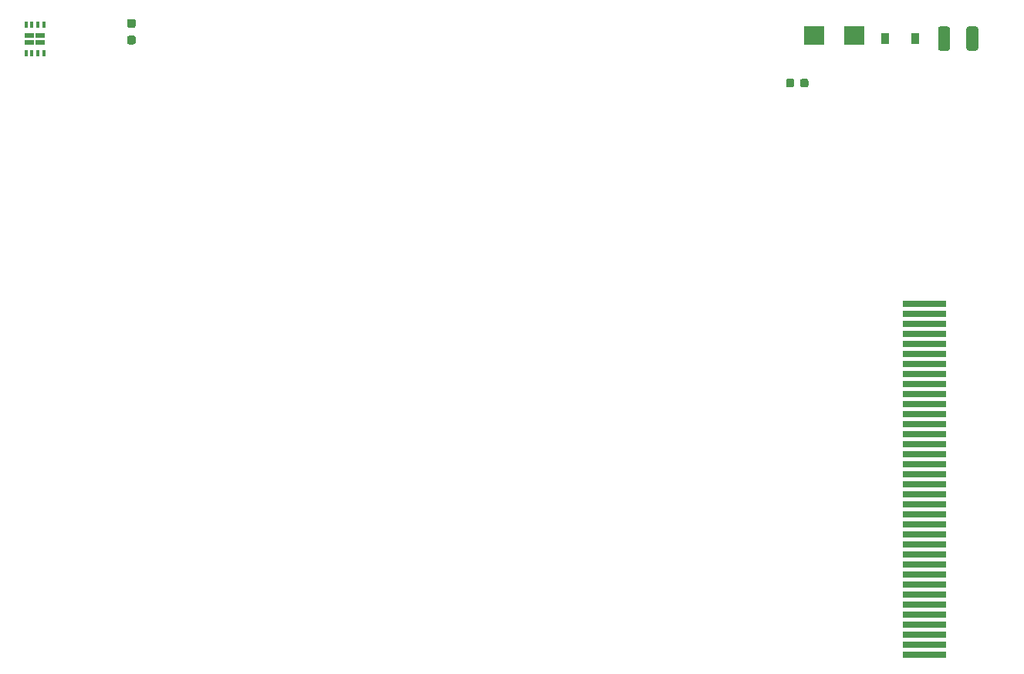
<source format=gbr>
%TF.GenerationSoftware,KiCad,Pcbnew,(5.1.8)-1*%
%TF.CreationDate,2021-01-17T18:30:32+01:00*%
%TF.ProjectId,teensy4_header_breakout,7465656e-7379-4345-9f68-65616465725f,rev?*%
%TF.SameCoordinates,Original*%
%TF.FileFunction,Paste,Top*%
%TF.FilePolarity,Positive*%
%FSLAX46Y46*%
G04 Gerber Fmt 4.6, Leading zero omitted, Abs format (unit mm)*
G04 Created by KiCad (PCBNEW (5.1.8)-1) date 2021-01-17 18:30:32*
%MOMM*%
%LPD*%
G01*
G04 APERTURE LIST*
%ADD10R,2.250000X2.150000*%
%ADD11R,0.350000X0.650000*%
%ADD12R,1.000000X0.600000*%
%ADD13R,4.800000X0.700000*%
%ADD14R,0.900000X1.200000*%
G04 APERTURE END LIST*
D10*
%TO.C,Z1*%
X191856000Y-33883600D03*
X196256000Y-33883600D03*
%TD*%
D11*
%TO.C,U1*%
X105349400Y-35763800D03*
X105999400Y-35763800D03*
X106649400Y-35763800D03*
X107299400Y-35763800D03*
X107299400Y-32663800D03*
X106649400Y-32663800D03*
X105999400Y-32663800D03*
X105349400Y-32663800D03*
D12*
X106924400Y-34601300D03*
X106924400Y-33826300D03*
X105724400Y-33826300D03*
X105724400Y-34601300D03*
%TD*%
%TO.C,R7*%
G36*
G01*
X116678700Y-33853300D02*
X117153700Y-33853300D01*
G75*
G02*
X117391200Y-34090800I0J-237500D01*
G01*
X117391200Y-34590800D01*
G75*
G02*
X117153700Y-34828300I-237500J0D01*
G01*
X116678700Y-34828300D01*
G75*
G02*
X116441200Y-34590800I0J237500D01*
G01*
X116441200Y-34090800D01*
G75*
G02*
X116678700Y-33853300I237500J0D01*
G01*
G37*
G36*
G01*
X116678700Y-32028300D02*
X117153700Y-32028300D01*
G75*
G02*
X117391200Y-32265800I0J-237500D01*
G01*
X117391200Y-32765800D01*
G75*
G02*
X117153700Y-33003300I-237500J0D01*
G01*
X116678700Y-33003300D01*
G75*
G02*
X116441200Y-32765800I0J237500D01*
G01*
X116441200Y-32265800D01*
G75*
G02*
X116678700Y-32028300I237500J0D01*
G01*
G37*
%TD*%
D13*
%TO.C,MX1*%
X203888340Y-63333680D03*
X203888340Y-64433680D03*
X203888340Y-65533680D03*
X203888340Y-66633680D03*
X203888340Y-67733680D03*
X203888340Y-68833680D03*
X203888340Y-69933680D03*
X203888340Y-71033680D03*
X203888340Y-72133680D03*
X203888340Y-73233680D03*
X203888340Y-74333680D03*
X203888340Y-75433680D03*
X203888340Y-76533680D03*
X203888340Y-77633680D03*
X203888340Y-78733680D03*
X203888340Y-79833680D03*
X203888340Y-80933680D03*
X203888340Y-82033680D03*
X203888340Y-83133680D03*
X203888340Y-84233680D03*
X203888340Y-85333680D03*
X203888340Y-86433680D03*
X203888340Y-87533680D03*
X203888340Y-88633680D03*
X203888340Y-89733680D03*
X203888340Y-90833680D03*
X203888340Y-91933680D03*
X203888340Y-93033680D03*
X203888340Y-94133680D03*
X203888340Y-95233680D03*
X203888340Y-96333680D03*
X203888340Y-97433680D03*
X203888340Y-98533680D03*
X203888340Y-99633680D03*
X203888340Y-100733680D03*
X203888340Y-101833680D03*
%TD*%
%TO.C,F1*%
G36*
G01*
X206719600Y-33113400D02*
X206719600Y-35263400D01*
G75*
G02*
X206469600Y-35513400I-250000J0D01*
G01*
X205669600Y-35513400D01*
G75*
G02*
X205419600Y-35263400I0J250000D01*
G01*
X205419600Y-33113400D01*
G75*
G02*
X205669600Y-32863400I250000J0D01*
G01*
X206469600Y-32863400D01*
G75*
G02*
X206719600Y-33113400I0J-250000D01*
G01*
G37*
G36*
G01*
X209819600Y-33113400D02*
X209819600Y-35263400D01*
G75*
G02*
X209569600Y-35513400I-250000J0D01*
G01*
X208769600Y-35513400D01*
G75*
G02*
X208519600Y-35263400I0J250000D01*
G01*
X208519600Y-33113400D01*
G75*
G02*
X208769600Y-32863400I250000J0D01*
G01*
X209569600Y-32863400D01*
G75*
G02*
X209819600Y-33113400I0J-250000D01*
G01*
G37*
%TD*%
D14*
%TO.C,D1*%
X199645000Y-34213800D03*
X202945000Y-34213800D03*
%TD*%
%TO.C,C7*%
G36*
G01*
X188741600Y-39315200D02*
X188741600Y-38815200D01*
G75*
G02*
X188966600Y-38590200I225000J0D01*
G01*
X189416600Y-38590200D01*
G75*
G02*
X189641600Y-38815200I0J-225000D01*
G01*
X189641600Y-39315200D01*
G75*
G02*
X189416600Y-39540200I-225000J0D01*
G01*
X188966600Y-39540200D01*
G75*
G02*
X188741600Y-39315200I0J225000D01*
G01*
G37*
G36*
G01*
X190291600Y-39315200D02*
X190291600Y-38815200D01*
G75*
G02*
X190516600Y-38590200I225000J0D01*
G01*
X190966600Y-38590200D01*
G75*
G02*
X191191600Y-38815200I0J-225000D01*
G01*
X191191600Y-39315200D01*
G75*
G02*
X190966600Y-39540200I-225000J0D01*
G01*
X190516600Y-39540200D01*
G75*
G02*
X190291600Y-39315200I0J225000D01*
G01*
G37*
%TD*%
M02*

</source>
